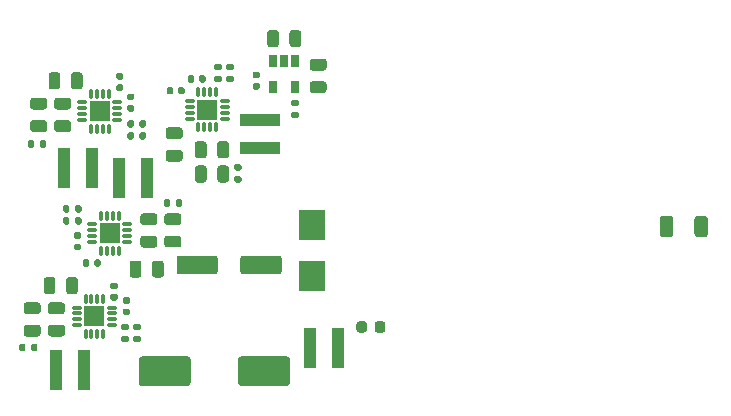
<source format=gbr>
%TF.GenerationSoftware,KiCad,Pcbnew,5.1.10-1.fc33*%
%TF.CreationDate,2021-08-28T17:16:11-07:00*%
%TF.ProjectId,hardware,68617264-7761-4726-952e-6b696361645f,rev?*%
%TF.SameCoordinates,Original*%
%TF.FileFunction,Paste,Top*%
%TF.FilePolarity,Positive*%
%FSLAX46Y46*%
G04 Gerber Fmt 4.6, Leading zero omitted, Abs format (unit mm)*
G04 Created by KiCad (PCBNEW 5.1.10-1.fc33) date 2021-08-28 17:16:11*
%MOMM*%
%LPD*%
G01*
G04 APERTURE LIST*
%ADD10R,2.300000X2.500000*%
%ADD11R,0.980000X3.400000*%
%ADD12R,0.650000X1.060000*%
%ADD13R,1.700000X1.700000*%
%ADD14O,0.280000X0.850000*%
%ADD15O,0.850000X0.280000*%
%ADD16R,3.400000X0.980000*%
G04 APERTURE END LIST*
D10*
%TO.C,D1*%
X112000000Y-111350000D03*
X112000000Y-115650000D03*
%TD*%
D11*
%TO.C,L6*%
X114185000Y-121750000D03*
X111815000Y-121750000D03*
%TD*%
%TO.C,C5*%
G36*
G01*
X104050000Y-114200000D02*
X104050000Y-115300000D01*
G75*
G02*
X103800000Y-115550000I-250000J0D01*
G01*
X100800000Y-115550000D01*
G75*
G02*
X100550000Y-115300000I0J250000D01*
G01*
X100550000Y-114200000D01*
G75*
G02*
X100800000Y-113950000I250000J0D01*
G01*
X103800000Y-113950000D01*
G75*
G02*
X104050000Y-114200000I0J-250000D01*
G01*
G37*
G36*
G01*
X109450000Y-114200000D02*
X109450000Y-115300000D01*
G75*
G02*
X109200000Y-115550000I-250000J0D01*
G01*
X106200000Y-115550000D01*
G75*
G02*
X105950000Y-115300000I0J250000D01*
G01*
X105950000Y-114200000D01*
G75*
G02*
X106200000Y-113950000I250000J0D01*
G01*
X109200000Y-113950000D01*
G75*
G02*
X109450000Y-114200000I0J-250000D01*
G01*
G37*
%TD*%
%TO.C,C4*%
G36*
G01*
X101750000Y-122750000D02*
X101750000Y-124750000D01*
G75*
G02*
X101500000Y-125000000I-250000J0D01*
G01*
X97600000Y-125000000D01*
G75*
G02*
X97350000Y-124750000I0J250000D01*
G01*
X97350000Y-122750000D01*
G75*
G02*
X97600000Y-122500000I250000J0D01*
G01*
X101500000Y-122500000D01*
G75*
G02*
X101750000Y-122750000I0J-250000D01*
G01*
G37*
G36*
G01*
X110150000Y-122750000D02*
X110150000Y-124750000D01*
G75*
G02*
X109900000Y-125000000I-250000J0D01*
G01*
X106000000Y-125000000D01*
G75*
G02*
X105750000Y-124750000I0J250000D01*
G01*
X105750000Y-122750000D01*
G75*
G02*
X106000000Y-122500000I250000J0D01*
G01*
X109900000Y-122500000D01*
G75*
G02*
X110150000Y-122750000I0J-250000D01*
G01*
G37*
%TD*%
%TO.C,C29*%
G36*
G01*
X117325000Y-120250000D02*
X117325000Y-119750000D01*
G75*
G02*
X117550000Y-119525000I225000J0D01*
G01*
X118000000Y-119525000D01*
G75*
G02*
X118225000Y-119750000I0J-225000D01*
G01*
X118225000Y-120250000D01*
G75*
G02*
X118000000Y-120475000I-225000J0D01*
G01*
X117550000Y-120475000D01*
G75*
G02*
X117325000Y-120250000I0J225000D01*
G01*
G37*
G36*
G01*
X115775000Y-120250000D02*
X115775000Y-119750000D01*
G75*
G02*
X116000000Y-119525000I225000J0D01*
G01*
X116450000Y-119525000D01*
G75*
G02*
X116675000Y-119750000I0J-225000D01*
G01*
X116675000Y-120250000D01*
G75*
G02*
X116450000Y-120475000I-225000J0D01*
G01*
X116000000Y-120475000D01*
G75*
G02*
X115775000Y-120250000I0J225000D01*
G01*
G37*
%TD*%
%TO.C,C1*%
G36*
G01*
X144400000Y-112150001D02*
X144400000Y-110849999D01*
G75*
G02*
X144649999Y-110600000I249999J0D01*
G01*
X145300001Y-110600000D01*
G75*
G02*
X145550000Y-110849999I0J-249999D01*
G01*
X145550000Y-112150001D01*
G75*
G02*
X145300001Y-112400000I-249999J0D01*
G01*
X144649999Y-112400000D01*
G75*
G02*
X144400000Y-112150001I0J249999D01*
G01*
G37*
G36*
G01*
X141450000Y-112150001D02*
X141450000Y-110849999D01*
G75*
G02*
X141699999Y-110600000I249999J0D01*
G01*
X142350001Y-110600000D01*
G75*
G02*
X142600000Y-110849999I0J-249999D01*
G01*
X142600000Y-112150001D01*
G75*
G02*
X142350001Y-112400000I-249999J0D01*
G01*
X141699999Y-112400000D01*
G75*
G02*
X141450000Y-112150001I0J249999D01*
G01*
G37*
%TD*%
%TO.C,C28*%
G36*
G01*
X113010040Y-98289840D02*
X112060040Y-98289840D01*
G75*
G02*
X111810040Y-98039840I0J250000D01*
G01*
X111810040Y-97539840D01*
G75*
G02*
X112060040Y-97289840I250000J0D01*
G01*
X113010040Y-97289840D01*
G75*
G02*
X113260040Y-97539840I0J-250000D01*
G01*
X113260040Y-98039840D01*
G75*
G02*
X113010040Y-98289840I-250000J0D01*
G01*
G37*
G36*
G01*
X113010040Y-100189840D02*
X112060040Y-100189840D01*
G75*
G02*
X111810040Y-99939840I0J250000D01*
G01*
X111810040Y-99439840D01*
G75*
G02*
X112060040Y-99189840I250000J0D01*
G01*
X113010040Y-99189840D01*
G75*
G02*
X113260040Y-99439840I0J-250000D01*
G01*
X113260040Y-99939840D01*
G75*
G02*
X113010040Y-100189840I-250000J0D01*
G01*
G37*
%TD*%
%TO.C,C26*%
G36*
G01*
X109214840Y-95115240D02*
X109214840Y-96065240D01*
G75*
G02*
X108964840Y-96315240I-250000J0D01*
G01*
X108464840Y-96315240D01*
G75*
G02*
X108214840Y-96065240I0J250000D01*
G01*
X108214840Y-95115240D01*
G75*
G02*
X108464840Y-94865240I250000J0D01*
G01*
X108964840Y-94865240D01*
G75*
G02*
X109214840Y-95115240I0J-250000D01*
G01*
G37*
G36*
G01*
X111114840Y-95115240D02*
X111114840Y-96065240D01*
G75*
G02*
X110864840Y-96315240I-250000J0D01*
G01*
X110364840Y-96315240D01*
G75*
G02*
X110114840Y-96065240I0J250000D01*
G01*
X110114840Y-95115240D01*
G75*
G02*
X110364840Y-94865240I250000J0D01*
G01*
X110864840Y-94865240D01*
G75*
G02*
X111114840Y-95115240I0J-250000D01*
G01*
G37*
%TD*%
%TO.C,C25*%
G36*
G01*
X103097440Y-106577560D02*
X103097440Y-107527560D01*
G75*
G02*
X102847440Y-107777560I-250000J0D01*
G01*
X102347440Y-107777560D01*
G75*
G02*
X102097440Y-107527560I0J250000D01*
G01*
X102097440Y-106577560D01*
G75*
G02*
X102347440Y-106327560I250000J0D01*
G01*
X102847440Y-106327560D01*
G75*
G02*
X103097440Y-106577560I0J-250000D01*
G01*
G37*
G36*
G01*
X104997440Y-106577560D02*
X104997440Y-107527560D01*
G75*
G02*
X104747440Y-107777560I-250000J0D01*
G01*
X104247440Y-107777560D01*
G75*
G02*
X103997440Y-107527560I0J250000D01*
G01*
X103997440Y-106577560D01*
G75*
G02*
X104247440Y-106327560I250000J0D01*
G01*
X104747440Y-106327560D01*
G75*
G02*
X104997440Y-106577560I0J-250000D01*
G01*
G37*
%TD*%
%TO.C,C24*%
G36*
G01*
X97731040Y-112275160D02*
X98681040Y-112275160D01*
G75*
G02*
X98931040Y-112525160I0J-250000D01*
G01*
X98931040Y-113025160D01*
G75*
G02*
X98681040Y-113275160I-250000J0D01*
G01*
X97731040Y-113275160D01*
G75*
G02*
X97481040Y-113025160I0J250000D01*
G01*
X97481040Y-112525160D01*
G75*
G02*
X97731040Y-112275160I250000J0D01*
G01*
G37*
G36*
G01*
X97731040Y-110375160D02*
X98681040Y-110375160D01*
G75*
G02*
X98931040Y-110625160I0J-250000D01*
G01*
X98931040Y-111125160D01*
G75*
G02*
X98681040Y-111375160I-250000J0D01*
G01*
X97731040Y-111375160D01*
G75*
G02*
X97481040Y-111125160I0J250000D01*
G01*
X97481040Y-110625160D01*
G75*
G02*
X97731040Y-110375160I250000J0D01*
G01*
G37*
%TD*%
%TO.C,C23*%
G36*
G01*
X103097440Y-104520160D02*
X103097440Y-105470160D01*
G75*
G02*
X102847440Y-105720160I-250000J0D01*
G01*
X102347440Y-105720160D01*
G75*
G02*
X102097440Y-105470160I0J250000D01*
G01*
X102097440Y-104520160D01*
G75*
G02*
X102347440Y-104270160I250000J0D01*
G01*
X102847440Y-104270160D01*
G75*
G02*
X103097440Y-104520160I0J-250000D01*
G01*
G37*
G36*
G01*
X104997440Y-104520160D02*
X104997440Y-105470160D01*
G75*
G02*
X104747440Y-105720160I-250000J0D01*
G01*
X104247440Y-105720160D01*
G75*
G02*
X103997440Y-105470160I0J250000D01*
G01*
X103997440Y-104520160D01*
G75*
G02*
X104247440Y-104270160I250000J0D01*
G01*
X104747440Y-104270160D01*
G75*
G02*
X104997440Y-104520160I0J-250000D01*
G01*
G37*
%TD*%
%TO.C,C22*%
G36*
G01*
X99763040Y-112270080D02*
X100713040Y-112270080D01*
G75*
G02*
X100963040Y-112520080I0J-250000D01*
G01*
X100963040Y-113020080D01*
G75*
G02*
X100713040Y-113270080I-250000J0D01*
G01*
X99763040Y-113270080D01*
G75*
G02*
X99513040Y-113020080I0J250000D01*
G01*
X99513040Y-112520080D01*
G75*
G02*
X99763040Y-112270080I250000J0D01*
G01*
G37*
G36*
G01*
X99763040Y-110370080D02*
X100713040Y-110370080D01*
G75*
G02*
X100963040Y-110620080I0J-250000D01*
G01*
X100963040Y-111120080D01*
G75*
G02*
X100713040Y-111370080I-250000J0D01*
G01*
X99763040Y-111370080D01*
G75*
G02*
X99513040Y-111120080I0J250000D01*
G01*
X99513040Y-110620080D01*
G75*
G02*
X99763040Y-110370080I250000J0D01*
G01*
G37*
%TD*%
%TO.C,C17*%
G36*
G01*
X99872040Y-105003160D02*
X100822040Y-105003160D01*
G75*
G02*
X101072040Y-105253160I0J-250000D01*
G01*
X101072040Y-105753160D01*
G75*
G02*
X100822040Y-106003160I-250000J0D01*
G01*
X99872040Y-106003160D01*
G75*
G02*
X99622040Y-105753160I0J250000D01*
G01*
X99622040Y-105253160D01*
G75*
G02*
X99872040Y-105003160I250000J0D01*
G01*
G37*
G36*
G01*
X99872040Y-103103160D02*
X100822040Y-103103160D01*
G75*
G02*
X101072040Y-103353160I0J-250000D01*
G01*
X101072040Y-103853160D01*
G75*
G02*
X100822040Y-104103160I-250000J0D01*
G01*
X99872040Y-104103160D01*
G75*
G02*
X99622040Y-103853160I0J250000D01*
G01*
X99622040Y-103353160D01*
G75*
G02*
X99872040Y-103103160I250000J0D01*
G01*
G37*
%TD*%
%TO.C,C16*%
G36*
G01*
X98478240Y-115576760D02*
X98478240Y-114626760D01*
G75*
G02*
X98728240Y-114376760I250000J0D01*
G01*
X99228240Y-114376760D01*
G75*
G02*
X99478240Y-114626760I0J-250000D01*
G01*
X99478240Y-115576760D01*
G75*
G02*
X99228240Y-115826760I-250000J0D01*
G01*
X98728240Y-115826760D01*
G75*
G02*
X98478240Y-115576760I0J250000D01*
G01*
G37*
G36*
G01*
X96578240Y-115576760D02*
X96578240Y-114626760D01*
G75*
G02*
X96828240Y-114376760I250000J0D01*
G01*
X97328240Y-114376760D01*
G75*
G02*
X97578240Y-114626760I0J-250000D01*
G01*
X97578240Y-115576760D01*
G75*
G02*
X97328240Y-115826760I-250000J0D01*
G01*
X96828240Y-115826760D01*
G75*
G02*
X96578240Y-115576760I0J250000D01*
G01*
G37*
%TD*%
%TO.C,C15*%
G36*
G01*
X89351260Y-101596040D02*
X88401260Y-101596040D01*
G75*
G02*
X88151260Y-101346040I0J250000D01*
G01*
X88151260Y-100846040D01*
G75*
G02*
X88401260Y-100596040I250000J0D01*
G01*
X89351260Y-100596040D01*
G75*
G02*
X89601260Y-100846040I0J-250000D01*
G01*
X89601260Y-101346040D01*
G75*
G02*
X89351260Y-101596040I-250000J0D01*
G01*
G37*
G36*
G01*
X89351260Y-103496040D02*
X88401260Y-103496040D01*
G75*
G02*
X88151260Y-103246040I0J250000D01*
G01*
X88151260Y-102746040D01*
G75*
G02*
X88401260Y-102496040I250000J0D01*
G01*
X89351260Y-102496040D01*
G75*
G02*
X89601260Y-102746040I0J-250000D01*
G01*
X89601260Y-103246040D01*
G75*
G02*
X89351260Y-103496040I-250000J0D01*
G01*
G37*
%TD*%
%TO.C,C14*%
G36*
G01*
X91383260Y-101596040D02*
X90433260Y-101596040D01*
G75*
G02*
X90183260Y-101346040I0J250000D01*
G01*
X90183260Y-100846040D01*
G75*
G02*
X90433260Y-100596040I250000J0D01*
G01*
X91383260Y-100596040D01*
G75*
G02*
X91633260Y-100846040I0J-250000D01*
G01*
X91633260Y-101346040D01*
G75*
G02*
X91383260Y-101596040I-250000J0D01*
G01*
G37*
G36*
G01*
X91383260Y-103496040D02*
X90433260Y-103496040D01*
G75*
G02*
X90183260Y-103246040I0J250000D01*
G01*
X90183260Y-102746040D01*
G75*
G02*
X90433260Y-102496040I250000J0D01*
G01*
X91383260Y-102496040D01*
G75*
G02*
X91633260Y-102746040I0J-250000D01*
G01*
X91633260Y-103246040D01*
G75*
G02*
X91383260Y-103496040I-250000J0D01*
G01*
G37*
%TD*%
%TO.C,C11*%
G36*
G01*
X90712260Y-98688140D02*
X90712260Y-99638140D01*
G75*
G02*
X90462260Y-99888140I-250000J0D01*
G01*
X89962260Y-99888140D01*
G75*
G02*
X89712260Y-99638140I0J250000D01*
G01*
X89712260Y-98688140D01*
G75*
G02*
X89962260Y-98438140I250000J0D01*
G01*
X90462260Y-98438140D01*
G75*
G02*
X90712260Y-98688140I0J-250000D01*
G01*
G37*
G36*
G01*
X92612260Y-98688140D02*
X92612260Y-99638140D01*
G75*
G02*
X92362260Y-99888140I-250000J0D01*
G01*
X91862260Y-99888140D01*
G75*
G02*
X91612260Y-99638140I0J250000D01*
G01*
X91612260Y-98688140D01*
G75*
G02*
X91862260Y-98438140I250000J0D01*
G01*
X92362260Y-98438140D01*
G75*
G02*
X92612260Y-98688140I0J-250000D01*
G01*
G37*
%TD*%
%TO.C,C10*%
G36*
G01*
X88801840Y-118913500D02*
X87851840Y-118913500D01*
G75*
G02*
X87601840Y-118663500I0J250000D01*
G01*
X87601840Y-118163500D01*
G75*
G02*
X87851840Y-117913500I250000J0D01*
G01*
X88801840Y-117913500D01*
G75*
G02*
X89051840Y-118163500I0J-250000D01*
G01*
X89051840Y-118663500D01*
G75*
G02*
X88801840Y-118913500I-250000J0D01*
G01*
G37*
G36*
G01*
X88801840Y-120813500D02*
X87851840Y-120813500D01*
G75*
G02*
X87601840Y-120563500I0J250000D01*
G01*
X87601840Y-120063500D01*
G75*
G02*
X87851840Y-119813500I250000J0D01*
G01*
X88801840Y-119813500D01*
G75*
G02*
X89051840Y-120063500I0J-250000D01*
G01*
X89051840Y-120563500D01*
G75*
G02*
X88801840Y-120813500I-250000J0D01*
G01*
G37*
%TD*%
%TO.C,C9*%
G36*
G01*
X90859240Y-118913500D02*
X89909240Y-118913500D01*
G75*
G02*
X89659240Y-118663500I0J250000D01*
G01*
X89659240Y-118163500D01*
G75*
G02*
X89909240Y-117913500I250000J0D01*
G01*
X90859240Y-117913500D01*
G75*
G02*
X91109240Y-118163500I0J-250000D01*
G01*
X91109240Y-118663500D01*
G75*
G02*
X90859240Y-118913500I-250000J0D01*
G01*
G37*
G36*
G01*
X90859240Y-120813500D02*
X89909240Y-120813500D01*
G75*
G02*
X89659240Y-120563500I0J250000D01*
G01*
X89659240Y-120063500D01*
G75*
G02*
X89909240Y-119813500I250000J0D01*
G01*
X90859240Y-119813500D01*
G75*
G02*
X91109240Y-120063500I0J-250000D01*
G01*
X91109240Y-120563500D01*
G75*
G02*
X90859240Y-120813500I-250000J0D01*
G01*
G37*
%TD*%
%TO.C,C6*%
G36*
G01*
X90300000Y-116025000D02*
X90300000Y-116975000D01*
G75*
G02*
X90050000Y-117225000I-250000J0D01*
G01*
X89550000Y-117225000D01*
G75*
G02*
X89300000Y-116975000I0J250000D01*
G01*
X89300000Y-116025000D01*
G75*
G02*
X89550000Y-115775000I250000J0D01*
G01*
X90050000Y-115775000D01*
G75*
G02*
X90300000Y-116025000I0J-250000D01*
G01*
G37*
G36*
G01*
X92200000Y-116025000D02*
X92200000Y-116975000D01*
G75*
G02*
X91950000Y-117225000I-250000J0D01*
G01*
X91450000Y-117225000D01*
G75*
G02*
X91200000Y-116975000I0J250000D01*
G01*
X91200000Y-116025000D01*
G75*
G02*
X91450000Y-115775000I250000J0D01*
G01*
X91950000Y-115775000D01*
G75*
G02*
X92200000Y-116025000I0J-250000D01*
G01*
G37*
%TD*%
%TO.C,C27*%
G36*
G01*
X107472640Y-98946240D02*
X107132640Y-98946240D01*
G75*
G02*
X106992640Y-98806240I0J140000D01*
G01*
X106992640Y-98526240D01*
G75*
G02*
X107132640Y-98386240I140000J0D01*
G01*
X107472640Y-98386240D01*
G75*
G02*
X107612640Y-98526240I0J-140000D01*
G01*
X107612640Y-98806240D01*
G75*
G02*
X107472640Y-98946240I-140000J0D01*
G01*
G37*
G36*
G01*
X107472640Y-99906240D02*
X107132640Y-99906240D01*
G75*
G02*
X106992640Y-99766240I0J140000D01*
G01*
X106992640Y-99486240D01*
G75*
G02*
X107132640Y-99346240I140000J0D01*
G01*
X107472640Y-99346240D01*
G75*
G02*
X107612640Y-99486240I0J-140000D01*
G01*
X107612640Y-99766240D01*
G75*
G02*
X107472640Y-99906240I-140000J0D01*
G01*
G37*
%TD*%
%TO.C,C21*%
G36*
G01*
X100280000Y-99830000D02*
X100280000Y-100170000D01*
G75*
G02*
X100140000Y-100310000I-140000J0D01*
G01*
X99860000Y-100310000D01*
G75*
G02*
X99720000Y-100170000I0J140000D01*
G01*
X99720000Y-99830000D01*
G75*
G02*
X99860000Y-99690000I140000J0D01*
G01*
X100140000Y-99690000D01*
G75*
G02*
X100280000Y-99830000I0J-140000D01*
G01*
G37*
G36*
G01*
X101240000Y-99830000D02*
X101240000Y-100170000D01*
G75*
G02*
X101100000Y-100310000I-140000J0D01*
G01*
X100820000Y-100310000D01*
G75*
G02*
X100680000Y-100170000I0J140000D01*
G01*
X100680000Y-99830000D01*
G75*
G02*
X100820000Y-99690000I140000J0D01*
G01*
X101100000Y-99690000D01*
G75*
G02*
X101240000Y-99830000I0J-140000D01*
G01*
G37*
%TD*%
%TO.C,C20*%
G36*
G01*
X102050000Y-98830000D02*
X102050000Y-99170000D01*
G75*
G02*
X101910000Y-99310000I-140000J0D01*
G01*
X101630000Y-99310000D01*
G75*
G02*
X101490000Y-99170000I0J140000D01*
G01*
X101490000Y-98830000D01*
G75*
G02*
X101630000Y-98690000I140000J0D01*
G01*
X101910000Y-98690000D01*
G75*
G02*
X102050000Y-98830000I0J-140000D01*
G01*
G37*
G36*
G01*
X103010000Y-98830000D02*
X103010000Y-99170000D01*
G75*
G02*
X102870000Y-99310000I-140000J0D01*
G01*
X102590000Y-99310000D01*
G75*
G02*
X102450000Y-99170000I0J140000D01*
G01*
X102450000Y-98830000D01*
G75*
G02*
X102590000Y-98690000I140000J0D01*
G01*
X102870000Y-98690000D01*
G75*
G02*
X103010000Y-98830000I0J-140000D01*
G01*
G37*
%TD*%
%TO.C,C19*%
G36*
G01*
X93180040Y-114411060D02*
X93180040Y-114751060D01*
G75*
G02*
X93040040Y-114891060I-140000J0D01*
G01*
X92760040Y-114891060D01*
G75*
G02*
X92620040Y-114751060I0J140000D01*
G01*
X92620040Y-114411060D01*
G75*
G02*
X92760040Y-114271060I140000J0D01*
G01*
X93040040Y-114271060D01*
G75*
G02*
X93180040Y-114411060I0J-140000D01*
G01*
G37*
G36*
G01*
X94140040Y-114411060D02*
X94140040Y-114751060D01*
G75*
G02*
X94000040Y-114891060I-140000J0D01*
G01*
X93720040Y-114891060D01*
G75*
G02*
X93580040Y-114751060I0J140000D01*
G01*
X93580040Y-114411060D01*
G75*
G02*
X93720040Y-114271060I140000J0D01*
G01*
X94000040Y-114271060D01*
G75*
G02*
X94140040Y-114411060I0J-140000D01*
G01*
G37*
%TD*%
%TO.C,C18*%
G36*
G01*
X91990840Y-112950000D02*
X92330840Y-112950000D01*
G75*
G02*
X92470840Y-113090000I0J-140000D01*
G01*
X92470840Y-113370000D01*
G75*
G02*
X92330840Y-113510000I-140000J0D01*
G01*
X91990840Y-113510000D01*
G75*
G02*
X91850840Y-113370000I0J140000D01*
G01*
X91850840Y-113090000D01*
G75*
G02*
X91990840Y-112950000I140000J0D01*
G01*
G37*
G36*
G01*
X91990840Y-111990000D02*
X92330840Y-111990000D01*
G75*
G02*
X92470840Y-112130000I0J-140000D01*
G01*
X92470840Y-112410000D01*
G75*
G02*
X92330840Y-112550000I-140000J0D01*
G01*
X91990840Y-112550000D01*
G75*
G02*
X91850840Y-112410000I0J140000D01*
G01*
X91850840Y-112130000D01*
G75*
G02*
X91990840Y-111990000I140000J0D01*
G01*
G37*
%TD*%
%TO.C,C13*%
G36*
G01*
X95920000Y-99050000D02*
X95580000Y-99050000D01*
G75*
G02*
X95440000Y-98910000I0J140000D01*
G01*
X95440000Y-98630000D01*
G75*
G02*
X95580000Y-98490000I140000J0D01*
G01*
X95920000Y-98490000D01*
G75*
G02*
X96060000Y-98630000I0J-140000D01*
G01*
X96060000Y-98910000D01*
G75*
G02*
X95920000Y-99050000I-140000J0D01*
G01*
G37*
G36*
G01*
X95920000Y-100010000D02*
X95580000Y-100010000D01*
G75*
G02*
X95440000Y-99870000I0J140000D01*
G01*
X95440000Y-99590000D01*
G75*
G02*
X95580000Y-99450000I140000J0D01*
G01*
X95920000Y-99450000D01*
G75*
G02*
X96060000Y-99590000I0J-140000D01*
G01*
X96060000Y-99870000D01*
G75*
G02*
X95920000Y-100010000I-140000J0D01*
G01*
G37*
%TD*%
%TO.C,C12*%
G36*
G01*
X96831360Y-100800000D02*
X96491360Y-100800000D01*
G75*
G02*
X96351360Y-100660000I0J140000D01*
G01*
X96351360Y-100380000D01*
G75*
G02*
X96491360Y-100240000I140000J0D01*
G01*
X96831360Y-100240000D01*
G75*
G02*
X96971360Y-100380000I0J-140000D01*
G01*
X96971360Y-100660000D01*
G75*
G02*
X96831360Y-100800000I-140000J0D01*
G01*
G37*
G36*
G01*
X96831360Y-101760000D02*
X96491360Y-101760000D01*
G75*
G02*
X96351360Y-101620000I0J140000D01*
G01*
X96351360Y-101340000D01*
G75*
G02*
X96491360Y-101200000I140000J0D01*
G01*
X96831360Y-101200000D01*
G75*
G02*
X96971360Y-101340000I0J-140000D01*
G01*
X96971360Y-101620000D01*
G75*
G02*
X96831360Y-101760000I-140000J0D01*
G01*
G37*
%TD*%
%TO.C,C8*%
G36*
G01*
X95420000Y-116800000D02*
X95080000Y-116800000D01*
G75*
G02*
X94940000Y-116660000I0J140000D01*
G01*
X94940000Y-116380000D01*
G75*
G02*
X95080000Y-116240000I140000J0D01*
G01*
X95420000Y-116240000D01*
G75*
G02*
X95560000Y-116380000I0J-140000D01*
G01*
X95560000Y-116660000D01*
G75*
G02*
X95420000Y-116800000I-140000J0D01*
G01*
G37*
G36*
G01*
X95420000Y-117760000D02*
X95080000Y-117760000D01*
G75*
G02*
X94940000Y-117620000I0J140000D01*
G01*
X94940000Y-117340000D01*
G75*
G02*
X95080000Y-117200000I140000J0D01*
G01*
X95420000Y-117200000D01*
G75*
G02*
X95560000Y-117340000I0J-140000D01*
G01*
X95560000Y-117620000D01*
G75*
G02*
X95420000Y-117760000I-140000J0D01*
G01*
G37*
%TD*%
%TO.C,C7*%
G36*
G01*
X96472440Y-118050000D02*
X96132440Y-118050000D01*
G75*
G02*
X95992440Y-117910000I0J140000D01*
G01*
X95992440Y-117630000D01*
G75*
G02*
X96132440Y-117490000I140000J0D01*
G01*
X96472440Y-117490000D01*
G75*
G02*
X96612440Y-117630000I0J-140000D01*
G01*
X96612440Y-117910000D01*
G75*
G02*
X96472440Y-118050000I-140000J0D01*
G01*
G37*
G36*
G01*
X96472440Y-119010000D02*
X96132440Y-119010000D01*
G75*
G02*
X95992440Y-118870000I0J140000D01*
G01*
X95992440Y-118590000D01*
G75*
G02*
X96132440Y-118450000I140000J0D01*
G01*
X96472440Y-118450000D01*
G75*
G02*
X96612440Y-118590000I0J-140000D01*
G01*
X96612440Y-118870000D01*
G75*
G02*
X96472440Y-119010000I-140000J0D01*
G01*
G37*
%TD*%
%TO.C,R19*%
G36*
G01*
X110764240Y-101319240D02*
X110394240Y-101319240D01*
G75*
G02*
X110259240Y-101184240I0J135000D01*
G01*
X110259240Y-100914240D01*
G75*
G02*
X110394240Y-100779240I135000J0D01*
G01*
X110764240Y-100779240D01*
G75*
G02*
X110899240Y-100914240I0J-135000D01*
G01*
X110899240Y-101184240D01*
G75*
G02*
X110764240Y-101319240I-135000J0D01*
G01*
G37*
G36*
G01*
X110764240Y-102339240D02*
X110394240Y-102339240D01*
G75*
G02*
X110259240Y-102204240I0J135000D01*
G01*
X110259240Y-101934240D01*
G75*
G02*
X110394240Y-101799240I135000J0D01*
G01*
X110764240Y-101799240D01*
G75*
G02*
X110899240Y-101934240I0J-135000D01*
G01*
X110899240Y-102204240D01*
G75*
G02*
X110764240Y-102339240I-135000J0D01*
G01*
G37*
%TD*%
D12*
%TO.C,U7*%
X110604680Y-99697600D03*
X108704680Y-99697600D03*
X108704680Y-97497600D03*
X109654680Y-97497600D03*
X110604680Y-97497600D03*
%TD*%
D13*
%TO.C,U6*%
X103151200Y-101611880D03*
D14*
X103901200Y-103087620D03*
X103401200Y-103087620D03*
X102901200Y-103087620D03*
X102401200Y-103087620D03*
D15*
X101675460Y-102361880D03*
X101675460Y-101861880D03*
X101675460Y-101361880D03*
X101675460Y-100861880D03*
D14*
X102401200Y-100136140D03*
X102901200Y-100136140D03*
X103401200Y-100136140D03*
X103901200Y-100136140D03*
D15*
X104626940Y-100861880D03*
X104626940Y-101361880D03*
X104626940Y-101861880D03*
X104626940Y-102361880D03*
%TD*%
D13*
%TO.C,U5*%
X94889880Y-112061380D03*
D15*
X96365620Y-111311380D03*
X96365620Y-111811380D03*
X96365620Y-112311380D03*
X96365620Y-112811380D03*
D14*
X95639880Y-113537120D03*
X95139880Y-113537120D03*
X94639880Y-113537120D03*
X94139880Y-113537120D03*
D15*
X93414140Y-112811380D03*
X93414140Y-112311380D03*
X93414140Y-111811380D03*
X93414140Y-111311380D03*
D14*
X94139880Y-110585640D03*
X94639880Y-110585640D03*
X95139880Y-110585640D03*
X95639880Y-110585640D03*
%TD*%
D13*
%TO.C,U4*%
X94057860Y-101741240D03*
D15*
X92582120Y-102491240D03*
X92582120Y-101991240D03*
X92582120Y-101491240D03*
X92582120Y-100991240D03*
D14*
X93307860Y-100265500D03*
X93807860Y-100265500D03*
X94307860Y-100265500D03*
X94807860Y-100265500D03*
D15*
X95533600Y-100991240D03*
X95533600Y-101491240D03*
X95533600Y-101991240D03*
X95533600Y-102491240D03*
D14*
X94807860Y-103216980D03*
X94307860Y-103216980D03*
X93807860Y-103216980D03*
X93307860Y-103216980D03*
%TD*%
%TO.C,R18*%
G36*
G01*
X105935000Y-106760000D02*
X105565000Y-106760000D01*
G75*
G02*
X105430000Y-106625000I0J135000D01*
G01*
X105430000Y-106355000D01*
G75*
G02*
X105565000Y-106220000I135000J0D01*
G01*
X105935000Y-106220000D01*
G75*
G02*
X106070000Y-106355000I0J-135000D01*
G01*
X106070000Y-106625000D01*
G75*
G02*
X105935000Y-106760000I-135000J0D01*
G01*
G37*
G36*
G01*
X105935000Y-107780000D02*
X105565000Y-107780000D01*
G75*
G02*
X105430000Y-107645000I0J135000D01*
G01*
X105430000Y-107375000D01*
G75*
G02*
X105565000Y-107240000I135000J0D01*
G01*
X105935000Y-107240000D01*
G75*
G02*
X106070000Y-107375000I0J-135000D01*
G01*
X106070000Y-107645000D01*
G75*
G02*
X105935000Y-107780000I-135000J0D01*
G01*
G37*
%TD*%
%TO.C,R17*%
G36*
G01*
X100010000Y-109315000D02*
X100010000Y-109685000D01*
G75*
G02*
X99875000Y-109820000I-135000J0D01*
G01*
X99605000Y-109820000D01*
G75*
G02*
X99470000Y-109685000I0J135000D01*
G01*
X99470000Y-109315000D01*
G75*
G02*
X99605000Y-109180000I135000J0D01*
G01*
X99875000Y-109180000D01*
G75*
G02*
X100010000Y-109315000I0J-135000D01*
G01*
G37*
G36*
G01*
X101030000Y-109315000D02*
X101030000Y-109685000D01*
G75*
G02*
X100895000Y-109820000I-135000J0D01*
G01*
X100625000Y-109820000D01*
G75*
G02*
X100490000Y-109685000I0J135000D01*
G01*
X100490000Y-109315000D01*
G75*
G02*
X100625000Y-109180000I135000J0D01*
G01*
X100895000Y-109180000D01*
G75*
G02*
X101030000Y-109315000I0J-135000D01*
G01*
G37*
%TD*%
%TO.C,R16*%
G36*
G01*
X88990000Y-104685000D02*
X88990000Y-104315000D01*
G75*
G02*
X89125000Y-104180000I135000J0D01*
G01*
X89395000Y-104180000D01*
G75*
G02*
X89530000Y-104315000I0J-135000D01*
G01*
X89530000Y-104685000D01*
G75*
G02*
X89395000Y-104820000I-135000J0D01*
G01*
X89125000Y-104820000D01*
G75*
G02*
X88990000Y-104685000I0J135000D01*
G01*
G37*
G36*
G01*
X87970000Y-104685000D02*
X87970000Y-104315000D01*
G75*
G02*
X88105000Y-104180000I135000J0D01*
G01*
X88375000Y-104180000D01*
G75*
G02*
X88510000Y-104315000I0J-135000D01*
G01*
X88510000Y-104685000D01*
G75*
G02*
X88375000Y-104820000I-135000J0D01*
G01*
X88105000Y-104820000D01*
G75*
G02*
X87970000Y-104685000I0J135000D01*
G01*
G37*
%TD*%
%TO.C,R15*%
G36*
G01*
X88240000Y-121935000D02*
X88240000Y-121565000D01*
G75*
G02*
X88375000Y-121430000I135000J0D01*
G01*
X88645000Y-121430000D01*
G75*
G02*
X88780000Y-121565000I0J-135000D01*
G01*
X88780000Y-121935000D01*
G75*
G02*
X88645000Y-122070000I-135000J0D01*
G01*
X88375000Y-122070000D01*
G75*
G02*
X88240000Y-121935000I0J135000D01*
G01*
G37*
G36*
G01*
X87220000Y-121935000D02*
X87220000Y-121565000D01*
G75*
G02*
X87355000Y-121430000I135000J0D01*
G01*
X87625000Y-121430000D01*
G75*
G02*
X87760000Y-121565000I0J-135000D01*
G01*
X87760000Y-121935000D01*
G75*
G02*
X87625000Y-122070000I-135000J0D01*
G01*
X87355000Y-122070000D01*
G75*
G02*
X87220000Y-121935000I0J135000D01*
G01*
G37*
%TD*%
%TO.C,R14*%
G36*
G01*
X104240440Y-98278160D02*
X103870440Y-98278160D01*
G75*
G02*
X103735440Y-98143160I0J135000D01*
G01*
X103735440Y-97873160D01*
G75*
G02*
X103870440Y-97738160I135000J0D01*
G01*
X104240440Y-97738160D01*
G75*
G02*
X104375440Y-97873160I0J-135000D01*
G01*
X104375440Y-98143160D01*
G75*
G02*
X104240440Y-98278160I-135000J0D01*
G01*
G37*
G36*
G01*
X104240440Y-99298160D02*
X103870440Y-99298160D01*
G75*
G02*
X103735440Y-99163160I0J135000D01*
G01*
X103735440Y-98893160D01*
G75*
G02*
X103870440Y-98758160I135000J0D01*
G01*
X104240440Y-98758160D01*
G75*
G02*
X104375440Y-98893160I0J-135000D01*
G01*
X104375440Y-99163160D01*
G75*
G02*
X104240440Y-99298160I-135000J0D01*
G01*
G37*
%TD*%
%TO.C,R13*%
G36*
G01*
X104886440Y-98758160D02*
X105256440Y-98758160D01*
G75*
G02*
X105391440Y-98893160I0J-135000D01*
G01*
X105391440Y-99163160D01*
G75*
G02*
X105256440Y-99298160I-135000J0D01*
G01*
X104886440Y-99298160D01*
G75*
G02*
X104751440Y-99163160I0J135000D01*
G01*
X104751440Y-98893160D01*
G75*
G02*
X104886440Y-98758160I135000J0D01*
G01*
G37*
G36*
G01*
X104886440Y-97738160D02*
X105256440Y-97738160D01*
G75*
G02*
X105391440Y-97873160I0J-135000D01*
G01*
X105391440Y-98143160D01*
G75*
G02*
X105256440Y-98278160I-135000J0D01*
G01*
X104886440Y-98278160D01*
G75*
G02*
X104751440Y-98143160I0J135000D01*
G01*
X104751440Y-97873160D01*
G75*
G02*
X104886440Y-97738160I135000J0D01*
G01*
G37*
%TD*%
%TO.C,R12*%
G36*
G01*
X91489040Y-110827360D02*
X91489040Y-111197360D01*
G75*
G02*
X91354040Y-111332360I-135000J0D01*
G01*
X91084040Y-111332360D01*
G75*
G02*
X90949040Y-111197360I0J135000D01*
G01*
X90949040Y-110827360D01*
G75*
G02*
X91084040Y-110692360I135000J0D01*
G01*
X91354040Y-110692360D01*
G75*
G02*
X91489040Y-110827360I0J-135000D01*
G01*
G37*
G36*
G01*
X92509040Y-110827360D02*
X92509040Y-111197360D01*
G75*
G02*
X92374040Y-111332360I-135000J0D01*
G01*
X92104040Y-111332360D01*
G75*
G02*
X91969040Y-111197360I0J135000D01*
G01*
X91969040Y-110827360D01*
G75*
G02*
X92104040Y-110692360I135000J0D01*
G01*
X92374040Y-110692360D01*
G75*
G02*
X92509040Y-110827360I0J-135000D01*
G01*
G37*
%TD*%
%TO.C,R11*%
G36*
G01*
X91969040Y-110181360D02*
X91969040Y-109811360D01*
G75*
G02*
X92104040Y-109676360I135000J0D01*
G01*
X92374040Y-109676360D01*
G75*
G02*
X92509040Y-109811360I0J-135000D01*
G01*
X92509040Y-110181360D01*
G75*
G02*
X92374040Y-110316360I-135000J0D01*
G01*
X92104040Y-110316360D01*
G75*
G02*
X91969040Y-110181360I0J135000D01*
G01*
G37*
G36*
G01*
X90949040Y-110181360D02*
X90949040Y-109811360D01*
G75*
G02*
X91084040Y-109676360I135000J0D01*
G01*
X91354040Y-109676360D01*
G75*
G02*
X91489040Y-109811360I0J-135000D01*
G01*
X91489040Y-110181360D01*
G75*
G02*
X91354040Y-110316360I-135000J0D01*
G01*
X91084040Y-110316360D01*
G75*
G02*
X90949040Y-110181360I0J135000D01*
G01*
G37*
%TD*%
%TO.C,R10*%
G36*
G01*
X97409360Y-102993040D02*
X97409360Y-102623040D01*
G75*
G02*
X97544360Y-102488040I135000J0D01*
G01*
X97814360Y-102488040D01*
G75*
G02*
X97949360Y-102623040I0J-135000D01*
G01*
X97949360Y-102993040D01*
G75*
G02*
X97814360Y-103128040I-135000J0D01*
G01*
X97544360Y-103128040D01*
G75*
G02*
X97409360Y-102993040I0J135000D01*
G01*
G37*
G36*
G01*
X96389360Y-102993040D02*
X96389360Y-102623040D01*
G75*
G02*
X96524360Y-102488040I135000J0D01*
G01*
X96794360Y-102488040D01*
G75*
G02*
X96929360Y-102623040I0J-135000D01*
G01*
X96929360Y-102993040D01*
G75*
G02*
X96794360Y-103128040I-135000J0D01*
G01*
X96524360Y-103128040D01*
G75*
G02*
X96389360Y-102993040I0J135000D01*
G01*
G37*
%TD*%
%TO.C,R9*%
G36*
G01*
X96929360Y-103639040D02*
X96929360Y-104009040D01*
G75*
G02*
X96794360Y-104144040I-135000J0D01*
G01*
X96524360Y-104144040D01*
G75*
G02*
X96389360Y-104009040I0J135000D01*
G01*
X96389360Y-103639040D01*
G75*
G02*
X96524360Y-103504040I135000J0D01*
G01*
X96794360Y-103504040D01*
G75*
G02*
X96929360Y-103639040I0J-135000D01*
G01*
G37*
G36*
G01*
X97949360Y-103639040D02*
X97949360Y-104009040D01*
G75*
G02*
X97814360Y-104144040I-135000J0D01*
G01*
X97544360Y-104144040D01*
G75*
G02*
X97409360Y-104009040I0J135000D01*
G01*
X97409360Y-103639040D01*
G75*
G02*
X97544360Y-103504040I135000J0D01*
G01*
X97814360Y-103504040D01*
G75*
G02*
X97949360Y-103639040I0J-135000D01*
G01*
G37*
%TD*%
%TO.C,R8*%
G36*
G01*
X96015840Y-120746500D02*
X96385840Y-120746500D01*
G75*
G02*
X96520840Y-120881500I0J-135000D01*
G01*
X96520840Y-121151500D01*
G75*
G02*
X96385840Y-121286500I-135000J0D01*
G01*
X96015840Y-121286500D01*
G75*
G02*
X95880840Y-121151500I0J135000D01*
G01*
X95880840Y-120881500D01*
G75*
G02*
X96015840Y-120746500I135000J0D01*
G01*
G37*
G36*
G01*
X96015840Y-119726500D02*
X96385840Y-119726500D01*
G75*
G02*
X96520840Y-119861500I0J-135000D01*
G01*
X96520840Y-120131500D01*
G75*
G02*
X96385840Y-120266500I-135000J0D01*
G01*
X96015840Y-120266500D01*
G75*
G02*
X95880840Y-120131500I0J135000D01*
G01*
X95880840Y-119861500D01*
G75*
G02*
X96015840Y-119726500I135000J0D01*
G01*
G37*
%TD*%
%TO.C,R7*%
G36*
G01*
X97376440Y-120266500D02*
X97006440Y-120266500D01*
G75*
G02*
X96871440Y-120131500I0J135000D01*
G01*
X96871440Y-119861500D01*
G75*
G02*
X97006440Y-119726500I135000J0D01*
G01*
X97376440Y-119726500D01*
G75*
G02*
X97511440Y-119861500I0J-135000D01*
G01*
X97511440Y-120131500D01*
G75*
G02*
X97376440Y-120266500I-135000J0D01*
G01*
G37*
G36*
G01*
X97376440Y-121286500D02*
X97006440Y-121286500D01*
G75*
G02*
X96871440Y-121151500I0J135000D01*
G01*
X96871440Y-120881500D01*
G75*
G02*
X97006440Y-120746500I135000J0D01*
G01*
X97376440Y-120746500D01*
G75*
G02*
X97511440Y-120881500I0J-135000D01*
G01*
X97511440Y-121151500D01*
G75*
G02*
X97376440Y-121286500I-135000J0D01*
G01*
G37*
%TD*%
D16*
%TO.C,L4*%
X107636840Y-104808560D03*
X107636840Y-102438560D03*
%TD*%
D11*
%TO.C,L3*%
X98044840Y-107380160D03*
X95674840Y-107380160D03*
%TD*%
%TO.C,L2*%
X91065560Y-106503740D03*
X93435560Y-106503740D03*
%TD*%
%TO.C,L1*%
X90316840Y-123681500D03*
X92686840Y-123681500D03*
%TD*%
D13*
%TO.C,U3*%
X93599880Y-119109500D03*
D15*
X92124140Y-119859500D03*
X92124140Y-119359500D03*
X92124140Y-118859500D03*
X92124140Y-118359500D03*
D14*
X92849880Y-117633760D03*
X93349880Y-117633760D03*
X93849880Y-117633760D03*
X94349880Y-117633760D03*
D15*
X95075620Y-118359500D03*
X95075620Y-118859500D03*
X95075620Y-119359500D03*
X95075620Y-119859500D03*
D14*
X94349880Y-120585240D03*
X93849880Y-120585240D03*
X93349880Y-120585240D03*
X92849880Y-120585240D03*
%TD*%
M02*

</source>
